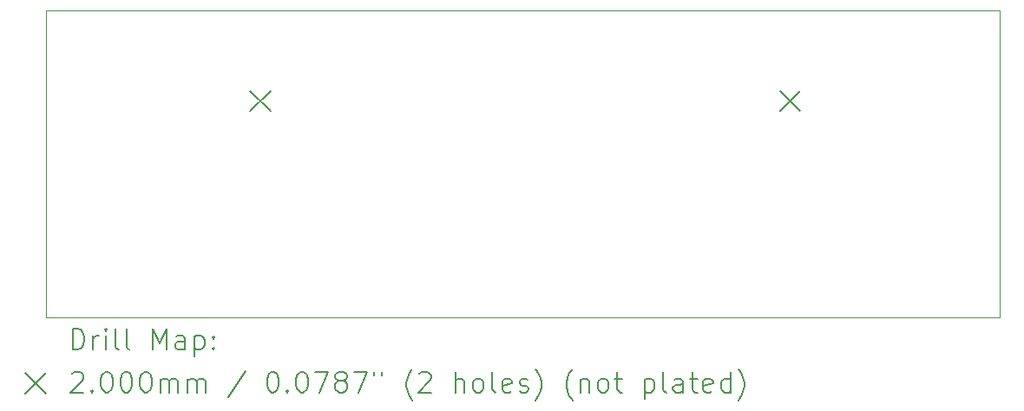
<source format=gbr>
%TF.GenerationSoftware,KiCad,Pcbnew,8.0.4*%
%TF.CreationDate,2024-09-19T22:50:55+02:00*%
%TF.ProjectId,Fader_Breakout,46616465-725f-4427-9265-616b6f75742e,rev?*%
%TF.SameCoordinates,Original*%
%TF.FileFunction,Drillmap*%
%TF.FilePolarity,Positive*%
%FSLAX45Y45*%
G04 Gerber Fmt 4.5, Leading zero omitted, Abs format (unit mm)*
G04 Created by KiCad (PCBNEW 8.0.4) date 2024-09-19 22:50:55*
%MOMM*%
%LPD*%
G01*
G04 APERTURE LIST*
%ADD10C,0.050000*%
%ADD11C,0.200000*%
G04 APERTURE END LIST*
D10*
X10400000Y-7800000D02*
X19700000Y-7800000D01*
X19700000Y-10800000D01*
X10400000Y-10800000D01*
X10400000Y-7800000D01*
D11*
X12390000Y-8587500D02*
X12590000Y-8787500D01*
X12590000Y-8587500D02*
X12390000Y-8787500D01*
X17560000Y-8587500D02*
X17760000Y-8787500D01*
X17760000Y-8587500D02*
X17560000Y-8787500D01*
X10658277Y-11113984D02*
X10658277Y-10913984D01*
X10658277Y-10913984D02*
X10705896Y-10913984D01*
X10705896Y-10913984D02*
X10734467Y-10923508D01*
X10734467Y-10923508D02*
X10753515Y-10942555D01*
X10753515Y-10942555D02*
X10763039Y-10961603D01*
X10763039Y-10961603D02*
X10772563Y-10999698D01*
X10772563Y-10999698D02*
X10772563Y-11028270D01*
X10772563Y-11028270D02*
X10763039Y-11066365D01*
X10763039Y-11066365D02*
X10753515Y-11085412D01*
X10753515Y-11085412D02*
X10734467Y-11104460D01*
X10734467Y-11104460D02*
X10705896Y-11113984D01*
X10705896Y-11113984D02*
X10658277Y-11113984D01*
X10858277Y-11113984D02*
X10858277Y-10980650D01*
X10858277Y-11018746D02*
X10867801Y-10999698D01*
X10867801Y-10999698D02*
X10877324Y-10990174D01*
X10877324Y-10990174D02*
X10896372Y-10980650D01*
X10896372Y-10980650D02*
X10915420Y-10980650D01*
X10982086Y-11113984D02*
X10982086Y-10980650D01*
X10982086Y-10913984D02*
X10972563Y-10923508D01*
X10972563Y-10923508D02*
X10982086Y-10933031D01*
X10982086Y-10933031D02*
X10991610Y-10923508D01*
X10991610Y-10923508D02*
X10982086Y-10913984D01*
X10982086Y-10913984D02*
X10982086Y-10933031D01*
X11105896Y-11113984D02*
X11086848Y-11104460D01*
X11086848Y-11104460D02*
X11077324Y-11085412D01*
X11077324Y-11085412D02*
X11077324Y-10913984D01*
X11210658Y-11113984D02*
X11191610Y-11104460D01*
X11191610Y-11104460D02*
X11182086Y-11085412D01*
X11182086Y-11085412D02*
X11182086Y-10913984D01*
X11439229Y-11113984D02*
X11439229Y-10913984D01*
X11439229Y-10913984D02*
X11505896Y-11056841D01*
X11505896Y-11056841D02*
X11572562Y-10913984D01*
X11572562Y-10913984D02*
X11572562Y-11113984D01*
X11753515Y-11113984D02*
X11753515Y-11009222D01*
X11753515Y-11009222D02*
X11743991Y-10990174D01*
X11743991Y-10990174D02*
X11724943Y-10980650D01*
X11724943Y-10980650D02*
X11686848Y-10980650D01*
X11686848Y-10980650D02*
X11667801Y-10990174D01*
X11753515Y-11104460D02*
X11734467Y-11113984D01*
X11734467Y-11113984D02*
X11686848Y-11113984D01*
X11686848Y-11113984D02*
X11667801Y-11104460D01*
X11667801Y-11104460D02*
X11658277Y-11085412D01*
X11658277Y-11085412D02*
X11658277Y-11066365D01*
X11658277Y-11066365D02*
X11667801Y-11047317D01*
X11667801Y-11047317D02*
X11686848Y-11037793D01*
X11686848Y-11037793D02*
X11734467Y-11037793D01*
X11734467Y-11037793D02*
X11753515Y-11028270D01*
X11848753Y-10980650D02*
X11848753Y-11180650D01*
X11848753Y-10990174D02*
X11867801Y-10980650D01*
X11867801Y-10980650D02*
X11905896Y-10980650D01*
X11905896Y-10980650D02*
X11924943Y-10990174D01*
X11924943Y-10990174D02*
X11934467Y-10999698D01*
X11934467Y-10999698D02*
X11943991Y-11018746D01*
X11943991Y-11018746D02*
X11943991Y-11075889D01*
X11943991Y-11075889D02*
X11934467Y-11094936D01*
X11934467Y-11094936D02*
X11924943Y-11104460D01*
X11924943Y-11104460D02*
X11905896Y-11113984D01*
X11905896Y-11113984D02*
X11867801Y-11113984D01*
X11867801Y-11113984D02*
X11848753Y-11104460D01*
X12029705Y-11094936D02*
X12039229Y-11104460D01*
X12039229Y-11104460D02*
X12029705Y-11113984D01*
X12029705Y-11113984D02*
X12020182Y-11104460D01*
X12020182Y-11104460D02*
X12029705Y-11094936D01*
X12029705Y-11094936D02*
X12029705Y-11113984D01*
X12029705Y-10990174D02*
X12039229Y-10999698D01*
X12039229Y-10999698D02*
X12029705Y-11009222D01*
X12029705Y-11009222D02*
X12020182Y-10999698D01*
X12020182Y-10999698D02*
X12029705Y-10990174D01*
X12029705Y-10990174D02*
X12029705Y-11009222D01*
X10197500Y-11342500D02*
X10397500Y-11542500D01*
X10397500Y-11342500D02*
X10197500Y-11542500D01*
X10648753Y-11353031D02*
X10658277Y-11343508D01*
X10658277Y-11343508D02*
X10677324Y-11333984D01*
X10677324Y-11333984D02*
X10724944Y-11333984D01*
X10724944Y-11333984D02*
X10743991Y-11343508D01*
X10743991Y-11343508D02*
X10753515Y-11353031D01*
X10753515Y-11353031D02*
X10763039Y-11372079D01*
X10763039Y-11372079D02*
X10763039Y-11391127D01*
X10763039Y-11391127D02*
X10753515Y-11419698D01*
X10753515Y-11419698D02*
X10639229Y-11533984D01*
X10639229Y-11533984D02*
X10763039Y-11533984D01*
X10848753Y-11514936D02*
X10858277Y-11524460D01*
X10858277Y-11524460D02*
X10848753Y-11533984D01*
X10848753Y-11533984D02*
X10839229Y-11524460D01*
X10839229Y-11524460D02*
X10848753Y-11514936D01*
X10848753Y-11514936D02*
X10848753Y-11533984D01*
X10982086Y-11333984D02*
X11001134Y-11333984D01*
X11001134Y-11333984D02*
X11020182Y-11343508D01*
X11020182Y-11343508D02*
X11029705Y-11353031D01*
X11029705Y-11353031D02*
X11039229Y-11372079D01*
X11039229Y-11372079D02*
X11048753Y-11410174D01*
X11048753Y-11410174D02*
X11048753Y-11457793D01*
X11048753Y-11457793D02*
X11039229Y-11495888D01*
X11039229Y-11495888D02*
X11029705Y-11514936D01*
X11029705Y-11514936D02*
X11020182Y-11524460D01*
X11020182Y-11524460D02*
X11001134Y-11533984D01*
X11001134Y-11533984D02*
X10982086Y-11533984D01*
X10982086Y-11533984D02*
X10963039Y-11524460D01*
X10963039Y-11524460D02*
X10953515Y-11514936D01*
X10953515Y-11514936D02*
X10943991Y-11495888D01*
X10943991Y-11495888D02*
X10934467Y-11457793D01*
X10934467Y-11457793D02*
X10934467Y-11410174D01*
X10934467Y-11410174D02*
X10943991Y-11372079D01*
X10943991Y-11372079D02*
X10953515Y-11353031D01*
X10953515Y-11353031D02*
X10963039Y-11343508D01*
X10963039Y-11343508D02*
X10982086Y-11333984D01*
X11172563Y-11333984D02*
X11191610Y-11333984D01*
X11191610Y-11333984D02*
X11210658Y-11343508D01*
X11210658Y-11343508D02*
X11220182Y-11353031D01*
X11220182Y-11353031D02*
X11229705Y-11372079D01*
X11229705Y-11372079D02*
X11239229Y-11410174D01*
X11239229Y-11410174D02*
X11239229Y-11457793D01*
X11239229Y-11457793D02*
X11229705Y-11495888D01*
X11229705Y-11495888D02*
X11220182Y-11514936D01*
X11220182Y-11514936D02*
X11210658Y-11524460D01*
X11210658Y-11524460D02*
X11191610Y-11533984D01*
X11191610Y-11533984D02*
X11172563Y-11533984D01*
X11172563Y-11533984D02*
X11153515Y-11524460D01*
X11153515Y-11524460D02*
X11143991Y-11514936D01*
X11143991Y-11514936D02*
X11134467Y-11495888D01*
X11134467Y-11495888D02*
X11124944Y-11457793D01*
X11124944Y-11457793D02*
X11124944Y-11410174D01*
X11124944Y-11410174D02*
X11134467Y-11372079D01*
X11134467Y-11372079D02*
X11143991Y-11353031D01*
X11143991Y-11353031D02*
X11153515Y-11343508D01*
X11153515Y-11343508D02*
X11172563Y-11333984D01*
X11363039Y-11333984D02*
X11382086Y-11333984D01*
X11382086Y-11333984D02*
X11401134Y-11343508D01*
X11401134Y-11343508D02*
X11410658Y-11353031D01*
X11410658Y-11353031D02*
X11420182Y-11372079D01*
X11420182Y-11372079D02*
X11429705Y-11410174D01*
X11429705Y-11410174D02*
X11429705Y-11457793D01*
X11429705Y-11457793D02*
X11420182Y-11495888D01*
X11420182Y-11495888D02*
X11410658Y-11514936D01*
X11410658Y-11514936D02*
X11401134Y-11524460D01*
X11401134Y-11524460D02*
X11382086Y-11533984D01*
X11382086Y-11533984D02*
X11363039Y-11533984D01*
X11363039Y-11533984D02*
X11343991Y-11524460D01*
X11343991Y-11524460D02*
X11334467Y-11514936D01*
X11334467Y-11514936D02*
X11324943Y-11495888D01*
X11324943Y-11495888D02*
X11315420Y-11457793D01*
X11315420Y-11457793D02*
X11315420Y-11410174D01*
X11315420Y-11410174D02*
X11324943Y-11372079D01*
X11324943Y-11372079D02*
X11334467Y-11353031D01*
X11334467Y-11353031D02*
X11343991Y-11343508D01*
X11343991Y-11343508D02*
X11363039Y-11333984D01*
X11515420Y-11533984D02*
X11515420Y-11400650D01*
X11515420Y-11419698D02*
X11524943Y-11410174D01*
X11524943Y-11410174D02*
X11543991Y-11400650D01*
X11543991Y-11400650D02*
X11572563Y-11400650D01*
X11572563Y-11400650D02*
X11591610Y-11410174D01*
X11591610Y-11410174D02*
X11601134Y-11429222D01*
X11601134Y-11429222D02*
X11601134Y-11533984D01*
X11601134Y-11429222D02*
X11610658Y-11410174D01*
X11610658Y-11410174D02*
X11629705Y-11400650D01*
X11629705Y-11400650D02*
X11658277Y-11400650D01*
X11658277Y-11400650D02*
X11677324Y-11410174D01*
X11677324Y-11410174D02*
X11686848Y-11429222D01*
X11686848Y-11429222D02*
X11686848Y-11533984D01*
X11782086Y-11533984D02*
X11782086Y-11400650D01*
X11782086Y-11419698D02*
X11791610Y-11410174D01*
X11791610Y-11410174D02*
X11810658Y-11400650D01*
X11810658Y-11400650D02*
X11839229Y-11400650D01*
X11839229Y-11400650D02*
X11858277Y-11410174D01*
X11858277Y-11410174D02*
X11867801Y-11429222D01*
X11867801Y-11429222D02*
X11867801Y-11533984D01*
X11867801Y-11429222D02*
X11877324Y-11410174D01*
X11877324Y-11410174D02*
X11896372Y-11400650D01*
X11896372Y-11400650D02*
X11924943Y-11400650D01*
X11924943Y-11400650D02*
X11943991Y-11410174D01*
X11943991Y-11410174D02*
X11953515Y-11429222D01*
X11953515Y-11429222D02*
X11953515Y-11533984D01*
X12343991Y-11324460D02*
X12172563Y-11581603D01*
X12601134Y-11333984D02*
X12620182Y-11333984D01*
X12620182Y-11333984D02*
X12639229Y-11343508D01*
X12639229Y-11343508D02*
X12648753Y-11353031D01*
X12648753Y-11353031D02*
X12658277Y-11372079D01*
X12658277Y-11372079D02*
X12667801Y-11410174D01*
X12667801Y-11410174D02*
X12667801Y-11457793D01*
X12667801Y-11457793D02*
X12658277Y-11495888D01*
X12658277Y-11495888D02*
X12648753Y-11514936D01*
X12648753Y-11514936D02*
X12639229Y-11524460D01*
X12639229Y-11524460D02*
X12620182Y-11533984D01*
X12620182Y-11533984D02*
X12601134Y-11533984D01*
X12601134Y-11533984D02*
X12582086Y-11524460D01*
X12582086Y-11524460D02*
X12572563Y-11514936D01*
X12572563Y-11514936D02*
X12563039Y-11495888D01*
X12563039Y-11495888D02*
X12553515Y-11457793D01*
X12553515Y-11457793D02*
X12553515Y-11410174D01*
X12553515Y-11410174D02*
X12563039Y-11372079D01*
X12563039Y-11372079D02*
X12572563Y-11353031D01*
X12572563Y-11353031D02*
X12582086Y-11343508D01*
X12582086Y-11343508D02*
X12601134Y-11333984D01*
X12753515Y-11514936D02*
X12763039Y-11524460D01*
X12763039Y-11524460D02*
X12753515Y-11533984D01*
X12753515Y-11533984D02*
X12743991Y-11524460D01*
X12743991Y-11524460D02*
X12753515Y-11514936D01*
X12753515Y-11514936D02*
X12753515Y-11533984D01*
X12886848Y-11333984D02*
X12905896Y-11333984D01*
X12905896Y-11333984D02*
X12924944Y-11343508D01*
X12924944Y-11343508D02*
X12934467Y-11353031D01*
X12934467Y-11353031D02*
X12943991Y-11372079D01*
X12943991Y-11372079D02*
X12953515Y-11410174D01*
X12953515Y-11410174D02*
X12953515Y-11457793D01*
X12953515Y-11457793D02*
X12943991Y-11495888D01*
X12943991Y-11495888D02*
X12934467Y-11514936D01*
X12934467Y-11514936D02*
X12924944Y-11524460D01*
X12924944Y-11524460D02*
X12905896Y-11533984D01*
X12905896Y-11533984D02*
X12886848Y-11533984D01*
X12886848Y-11533984D02*
X12867801Y-11524460D01*
X12867801Y-11524460D02*
X12858277Y-11514936D01*
X12858277Y-11514936D02*
X12848753Y-11495888D01*
X12848753Y-11495888D02*
X12839229Y-11457793D01*
X12839229Y-11457793D02*
X12839229Y-11410174D01*
X12839229Y-11410174D02*
X12848753Y-11372079D01*
X12848753Y-11372079D02*
X12858277Y-11353031D01*
X12858277Y-11353031D02*
X12867801Y-11343508D01*
X12867801Y-11343508D02*
X12886848Y-11333984D01*
X13020182Y-11333984D02*
X13153515Y-11333984D01*
X13153515Y-11333984D02*
X13067801Y-11533984D01*
X13258277Y-11419698D02*
X13239229Y-11410174D01*
X13239229Y-11410174D02*
X13229706Y-11400650D01*
X13229706Y-11400650D02*
X13220182Y-11381603D01*
X13220182Y-11381603D02*
X13220182Y-11372079D01*
X13220182Y-11372079D02*
X13229706Y-11353031D01*
X13229706Y-11353031D02*
X13239229Y-11343508D01*
X13239229Y-11343508D02*
X13258277Y-11333984D01*
X13258277Y-11333984D02*
X13296372Y-11333984D01*
X13296372Y-11333984D02*
X13315420Y-11343508D01*
X13315420Y-11343508D02*
X13324944Y-11353031D01*
X13324944Y-11353031D02*
X13334467Y-11372079D01*
X13334467Y-11372079D02*
X13334467Y-11381603D01*
X13334467Y-11381603D02*
X13324944Y-11400650D01*
X13324944Y-11400650D02*
X13315420Y-11410174D01*
X13315420Y-11410174D02*
X13296372Y-11419698D01*
X13296372Y-11419698D02*
X13258277Y-11419698D01*
X13258277Y-11419698D02*
X13239229Y-11429222D01*
X13239229Y-11429222D02*
X13229706Y-11438746D01*
X13229706Y-11438746D02*
X13220182Y-11457793D01*
X13220182Y-11457793D02*
X13220182Y-11495888D01*
X13220182Y-11495888D02*
X13229706Y-11514936D01*
X13229706Y-11514936D02*
X13239229Y-11524460D01*
X13239229Y-11524460D02*
X13258277Y-11533984D01*
X13258277Y-11533984D02*
X13296372Y-11533984D01*
X13296372Y-11533984D02*
X13315420Y-11524460D01*
X13315420Y-11524460D02*
X13324944Y-11514936D01*
X13324944Y-11514936D02*
X13334467Y-11495888D01*
X13334467Y-11495888D02*
X13334467Y-11457793D01*
X13334467Y-11457793D02*
X13324944Y-11438746D01*
X13324944Y-11438746D02*
X13315420Y-11429222D01*
X13315420Y-11429222D02*
X13296372Y-11419698D01*
X13401134Y-11333984D02*
X13534467Y-11333984D01*
X13534467Y-11333984D02*
X13448753Y-11533984D01*
X13601134Y-11333984D02*
X13601134Y-11372079D01*
X13677325Y-11333984D02*
X13677325Y-11372079D01*
X13972563Y-11610174D02*
X13963039Y-11600650D01*
X13963039Y-11600650D02*
X13943991Y-11572079D01*
X13943991Y-11572079D02*
X13934468Y-11553031D01*
X13934468Y-11553031D02*
X13924944Y-11524460D01*
X13924944Y-11524460D02*
X13915420Y-11476841D01*
X13915420Y-11476841D02*
X13915420Y-11438746D01*
X13915420Y-11438746D02*
X13924944Y-11391127D01*
X13924944Y-11391127D02*
X13934468Y-11362555D01*
X13934468Y-11362555D02*
X13943991Y-11343508D01*
X13943991Y-11343508D02*
X13963039Y-11314936D01*
X13963039Y-11314936D02*
X13972563Y-11305412D01*
X14039229Y-11353031D02*
X14048753Y-11343508D01*
X14048753Y-11343508D02*
X14067801Y-11333984D01*
X14067801Y-11333984D02*
X14115420Y-11333984D01*
X14115420Y-11333984D02*
X14134468Y-11343508D01*
X14134468Y-11343508D02*
X14143991Y-11353031D01*
X14143991Y-11353031D02*
X14153515Y-11372079D01*
X14153515Y-11372079D02*
X14153515Y-11391127D01*
X14153515Y-11391127D02*
X14143991Y-11419698D01*
X14143991Y-11419698D02*
X14029706Y-11533984D01*
X14029706Y-11533984D02*
X14153515Y-11533984D01*
X14391610Y-11533984D02*
X14391610Y-11333984D01*
X14477325Y-11533984D02*
X14477325Y-11429222D01*
X14477325Y-11429222D02*
X14467801Y-11410174D01*
X14467801Y-11410174D02*
X14448753Y-11400650D01*
X14448753Y-11400650D02*
X14420182Y-11400650D01*
X14420182Y-11400650D02*
X14401134Y-11410174D01*
X14401134Y-11410174D02*
X14391610Y-11419698D01*
X14601134Y-11533984D02*
X14582087Y-11524460D01*
X14582087Y-11524460D02*
X14572563Y-11514936D01*
X14572563Y-11514936D02*
X14563039Y-11495888D01*
X14563039Y-11495888D02*
X14563039Y-11438746D01*
X14563039Y-11438746D02*
X14572563Y-11419698D01*
X14572563Y-11419698D02*
X14582087Y-11410174D01*
X14582087Y-11410174D02*
X14601134Y-11400650D01*
X14601134Y-11400650D02*
X14629706Y-11400650D01*
X14629706Y-11400650D02*
X14648753Y-11410174D01*
X14648753Y-11410174D02*
X14658277Y-11419698D01*
X14658277Y-11419698D02*
X14667801Y-11438746D01*
X14667801Y-11438746D02*
X14667801Y-11495888D01*
X14667801Y-11495888D02*
X14658277Y-11514936D01*
X14658277Y-11514936D02*
X14648753Y-11524460D01*
X14648753Y-11524460D02*
X14629706Y-11533984D01*
X14629706Y-11533984D02*
X14601134Y-11533984D01*
X14782087Y-11533984D02*
X14763039Y-11524460D01*
X14763039Y-11524460D02*
X14753515Y-11505412D01*
X14753515Y-11505412D02*
X14753515Y-11333984D01*
X14934468Y-11524460D02*
X14915420Y-11533984D01*
X14915420Y-11533984D02*
X14877325Y-11533984D01*
X14877325Y-11533984D02*
X14858277Y-11524460D01*
X14858277Y-11524460D02*
X14848753Y-11505412D01*
X14848753Y-11505412D02*
X14848753Y-11429222D01*
X14848753Y-11429222D02*
X14858277Y-11410174D01*
X14858277Y-11410174D02*
X14877325Y-11400650D01*
X14877325Y-11400650D02*
X14915420Y-11400650D01*
X14915420Y-11400650D02*
X14934468Y-11410174D01*
X14934468Y-11410174D02*
X14943991Y-11429222D01*
X14943991Y-11429222D02*
X14943991Y-11448269D01*
X14943991Y-11448269D02*
X14848753Y-11467317D01*
X15020182Y-11524460D02*
X15039230Y-11533984D01*
X15039230Y-11533984D02*
X15077325Y-11533984D01*
X15077325Y-11533984D02*
X15096372Y-11524460D01*
X15096372Y-11524460D02*
X15105896Y-11505412D01*
X15105896Y-11505412D02*
X15105896Y-11495888D01*
X15105896Y-11495888D02*
X15096372Y-11476841D01*
X15096372Y-11476841D02*
X15077325Y-11467317D01*
X15077325Y-11467317D02*
X15048753Y-11467317D01*
X15048753Y-11467317D02*
X15029706Y-11457793D01*
X15029706Y-11457793D02*
X15020182Y-11438746D01*
X15020182Y-11438746D02*
X15020182Y-11429222D01*
X15020182Y-11429222D02*
X15029706Y-11410174D01*
X15029706Y-11410174D02*
X15048753Y-11400650D01*
X15048753Y-11400650D02*
X15077325Y-11400650D01*
X15077325Y-11400650D02*
X15096372Y-11410174D01*
X15172563Y-11610174D02*
X15182087Y-11600650D01*
X15182087Y-11600650D02*
X15201134Y-11572079D01*
X15201134Y-11572079D02*
X15210658Y-11553031D01*
X15210658Y-11553031D02*
X15220182Y-11524460D01*
X15220182Y-11524460D02*
X15229706Y-11476841D01*
X15229706Y-11476841D02*
X15229706Y-11438746D01*
X15229706Y-11438746D02*
X15220182Y-11391127D01*
X15220182Y-11391127D02*
X15210658Y-11362555D01*
X15210658Y-11362555D02*
X15201134Y-11343508D01*
X15201134Y-11343508D02*
X15182087Y-11314936D01*
X15182087Y-11314936D02*
X15172563Y-11305412D01*
X15534468Y-11610174D02*
X15524944Y-11600650D01*
X15524944Y-11600650D02*
X15505896Y-11572079D01*
X15505896Y-11572079D02*
X15496372Y-11553031D01*
X15496372Y-11553031D02*
X15486849Y-11524460D01*
X15486849Y-11524460D02*
X15477325Y-11476841D01*
X15477325Y-11476841D02*
X15477325Y-11438746D01*
X15477325Y-11438746D02*
X15486849Y-11391127D01*
X15486849Y-11391127D02*
X15496372Y-11362555D01*
X15496372Y-11362555D02*
X15505896Y-11343508D01*
X15505896Y-11343508D02*
X15524944Y-11314936D01*
X15524944Y-11314936D02*
X15534468Y-11305412D01*
X15610658Y-11400650D02*
X15610658Y-11533984D01*
X15610658Y-11419698D02*
X15620182Y-11410174D01*
X15620182Y-11410174D02*
X15639230Y-11400650D01*
X15639230Y-11400650D02*
X15667801Y-11400650D01*
X15667801Y-11400650D02*
X15686849Y-11410174D01*
X15686849Y-11410174D02*
X15696372Y-11429222D01*
X15696372Y-11429222D02*
X15696372Y-11533984D01*
X15820182Y-11533984D02*
X15801134Y-11524460D01*
X15801134Y-11524460D02*
X15791611Y-11514936D01*
X15791611Y-11514936D02*
X15782087Y-11495888D01*
X15782087Y-11495888D02*
X15782087Y-11438746D01*
X15782087Y-11438746D02*
X15791611Y-11419698D01*
X15791611Y-11419698D02*
X15801134Y-11410174D01*
X15801134Y-11410174D02*
X15820182Y-11400650D01*
X15820182Y-11400650D02*
X15848753Y-11400650D01*
X15848753Y-11400650D02*
X15867801Y-11410174D01*
X15867801Y-11410174D02*
X15877325Y-11419698D01*
X15877325Y-11419698D02*
X15886849Y-11438746D01*
X15886849Y-11438746D02*
X15886849Y-11495888D01*
X15886849Y-11495888D02*
X15877325Y-11514936D01*
X15877325Y-11514936D02*
X15867801Y-11524460D01*
X15867801Y-11524460D02*
X15848753Y-11533984D01*
X15848753Y-11533984D02*
X15820182Y-11533984D01*
X15943992Y-11400650D02*
X16020182Y-11400650D01*
X15972563Y-11333984D02*
X15972563Y-11505412D01*
X15972563Y-11505412D02*
X15982087Y-11524460D01*
X15982087Y-11524460D02*
X16001134Y-11533984D01*
X16001134Y-11533984D02*
X16020182Y-11533984D01*
X16239230Y-11400650D02*
X16239230Y-11600650D01*
X16239230Y-11410174D02*
X16258277Y-11400650D01*
X16258277Y-11400650D02*
X16296373Y-11400650D01*
X16296373Y-11400650D02*
X16315420Y-11410174D01*
X16315420Y-11410174D02*
X16324944Y-11419698D01*
X16324944Y-11419698D02*
X16334468Y-11438746D01*
X16334468Y-11438746D02*
X16334468Y-11495888D01*
X16334468Y-11495888D02*
X16324944Y-11514936D01*
X16324944Y-11514936D02*
X16315420Y-11524460D01*
X16315420Y-11524460D02*
X16296373Y-11533984D01*
X16296373Y-11533984D02*
X16258277Y-11533984D01*
X16258277Y-11533984D02*
X16239230Y-11524460D01*
X16448753Y-11533984D02*
X16429706Y-11524460D01*
X16429706Y-11524460D02*
X16420182Y-11505412D01*
X16420182Y-11505412D02*
X16420182Y-11333984D01*
X16610658Y-11533984D02*
X16610658Y-11429222D01*
X16610658Y-11429222D02*
X16601134Y-11410174D01*
X16601134Y-11410174D02*
X16582087Y-11400650D01*
X16582087Y-11400650D02*
X16543992Y-11400650D01*
X16543992Y-11400650D02*
X16524944Y-11410174D01*
X16610658Y-11524460D02*
X16591611Y-11533984D01*
X16591611Y-11533984D02*
X16543992Y-11533984D01*
X16543992Y-11533984D02*
X16524944Y-11524460D01*
X16524944Y-11524460D02*
X16515420Y-11505412D01*
X16515420Y-11505412D02*
X16515420Y-11486365D01*
X16515420Y-11486365D02*
X16524944Y-11467317D01*
X16524944Y-11467317D02*
X16543992Y-11457793D01*
X16543992Y-11457793D02*
X16591611Y-11457793D01*
X16591611Y-11457793D02*
X16610658Y-11448269D01*
X16677325Y-11400650D02*
X16753515Y-11400650D01*
X16705896Y-11333984D02*
X16705896Y-11505412D01*
X16705896Y-11505412D02*
X16715420Y-11524460D01*
X16715420Y-11524460D02*
X16734468Y-11533984D01*
X16734468Y-11533984D02*
X16753515Y-11533984D01*
X16896373Y-11524460D02*
X16877325Y-11533984D01*
X16877325Y-11533984D02*
X16839230Y-11533984D01*
X16839230Y-11533984D02*
X16820182Y-11524460D01*
X16820182Y-11524460D02*
X16810658Y-11505412D01*
X16810658Y-11505412D02*
X16810658Y-11429222D01*
X16810658Y-11429222D02*
X16820182Y-11410174D01*
X16820182Y-11410174D02*
X16839230Y-11400650D01*
X16839230Y-11400650D02*
X16877325Y-11400650D01*
X16877325Y-11400650D02*
X16896373Y-11410174D01*
X16896373Y-11410174D02*
X16905896Y-11429222D01*
X16905896Y-11429222D02*
X16905896Y-11448269D01*
X16905896Y-11448269D02*
X16810658Y-11467317D01*
X17077325Y-11533984D02*
X17077325Y-11333984D01*
X17077325Y-11524460D02*
X17058277Y-11533984D01*
X17058277Y-11533984D02*
X17020182Y-11533984D01*
X17020182Y-11533984D02*
X17001135Y-11524460D01*
X17001135Y-11524460D02*
X16991611Y-11514936D01*
X16991611Y-11514936D02*
X16982087Y-11495888D01*
X16982087Y-11495888D02*
X16982087Y-11438746D01*
X16982087Y-11438746D02*
X16991611Y-11419698D01*
X16991611Y-11419698D02*
X17001135Y-11410174D01*
X17001135Y-11410174D02*
X17020182Y-11400650D01*
X17020182Y-11400650D02*
X17058277Y-11400650D01*
X17058277Y-11400650D02*
X17077325Y-11410174D01*
X17153516Y-11610174D02*
X17163039Y-11600650D01*
X17163039Y-11600650D02*
X17182087Y-11572079D01*
X17182087Y-11572079D02*
X17191611Y-11553031D01*
X17191611Y-11553031D02*
X17201135Y-11524460D01*
X17201135Y-11524460D02*
X17210658Y-11476841D01*
X17210658Y-11476841D02*
X17210658Y-11438746D01*
X17210658Y-11438746D02*
X17201135Y-11391127D01*
X17201135Y-11391127D02*
X17191611Y-11362555D01*
X17191611Y-11362555D02*
X17182087Y-11343508D01*
X17182087Y-11343508D02*
X17163039Y-11314936D01*
X17163039Y-11314936D02*
X17153516Y-11305412D01*
M02*

</source>
